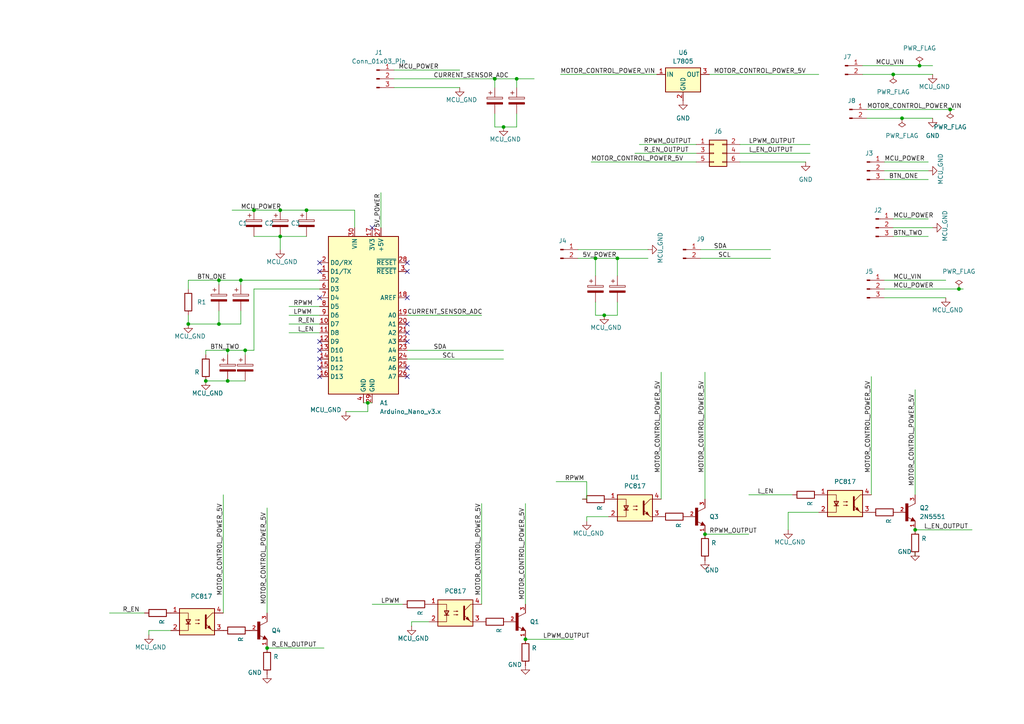
<source format=kicad_sch>
(kicad_sch (version 20231120) (generator "eeschema") (generator_version "8.0")
  (paper "A4")
  (lib_symbols
    (symbol "2N5551:2N5551" (pin_names (offset 1.016))
      (property "Reference" "Q" (at -10.16 7.62 0))
      (property "Value" "2N5551" (at -10.16 -7.62 0))
      (symbol "2N5551_0_0"
        (rectangle (start -0.254 -2.54) (end 0.508 2.54) (stroke (width 0.1)) (fill (type outline)))
        (polyline (pts (xy 1.27 -2.54) (xy 1.778 -1.524)) (stroke (width 0.1524)))
        (polyline (pts (xy 1.524 -2.413) (xy 2.286 -2.413)) (stroke (width 0.254)))
        (polyline (pts (xy 1.524 -2.286) (xy 1.905 -2.286)) (stroke (width 0.254)))
        (polyline (pts (xy 1.54 -2.04) (xy 0.308 -1.424)) (stroke (width 0.1524)))
        (polyline (pts (xy 1.778 -1.778) (xy 1.524 -2.286)) (stroke (width 0.254)))
        (polyline (pts (xy 1.778 -1.524) (xy 2.54 -2.54)) (stroke (width 0.1524)))
        (polyline (pts (xy 1.905 -2.286) (xy 1.778 -2.032)) (stroke (width 0.254)))
        (polyline (pts (xy 2.286 -2.413) (xy 1.778 -1.778)) (stroke (width 0.254)))
        (polyline (pts (xy 2.54 -2.54) (xy 1.27 -2.54)) (stroke (width 0.1524)))
        (polyline (pts (xy 2.54 2.54) (xy 0.508 1.524)) (stroke (width 0.1524)))
        (pin passive line (at 2.54 -5.08 90) (length 2.54) (name "~") (number "1"))
        (pin passive line (at -2.54 0 0) (length 2.54) (name "~") (number "2"))
        (pin passive line (at 2.54 5.08 270) (length 2.54) (name "~") (number "3"))
      )
    )
    (symbol "Connector:Conn_01x02_Pin" (pin_names (offset 1.016) hide)
      (property "Reference" "J" (at 0 2.54 0))
      (property "Value" "Conn_01x02_Pin" (at 0 -5.08 0))
      (symbol "Conn_01x02_Pin_1_1"
        (polyline (pts (xy 1.27 -2.54) (xy 0.8636 -2.54)) (stroke (width 0.1524)))
        (polyline (pts (xy 1.27 0) (xy 0.8636 0)) (stroke (width 0.1524)))
        (rectangle (start 0.8636 -2.413) (end 0 -2.667) (stroke (width 0.1524)) (fill (type outline)))
        (rectangle (start 0.8636 0.127) (end 0 -0.127) (stroke (width 0.1524)) (fill (type outline)))
        (pin passive line (at 5.08 0 180) (length 3.81) (name "Pin_1") (number "1"))
        (pin passive line (at 5.08 -2.54 180) (length 3.81) (name "Pin_2") (number "2"))
      )
    )
    (symbol "Connector:Conn_01x03_Pin" (pin_names (offset 1.016) hide)
      (property "Reference" "J" (at 0 5.08 0))
      (property "Value" "Conn_01x03_Pin" (at 0 -5.08 0))
      (symbol "Conn_01x03_Pin_1_1"
        (polyline (pts (xy 1.27 -2.54) (xy 0.8636 -2.54)) (stroke (width 0.1524)))
        (polyline (pts (xy 1.27 0) (xy 0.8636 0)) (stroke (width 0.1524)))
        (polyline (pts (xy 1.27 2.54) (xy 0.8636 2.54)) (stroke (width 0.1524)))
        (rectangle (start 0.8636 -2.413) (end 0 -2.667) (stroke (width 0.1524)) (fill (type outline)))
        (rectangle (start 0.8636 0.127) (end 0 -0.127) (stroke (width 0.1524)) (fill (type outline)))
        (rectangle (start 0.8636 2.667) (end 0 2.413) (stroke (width 0.1524)) (fill (type outline)))
        (pin passive line (at 5.08 2.54 180) (length 3.81) (name "Pin_1") (number "1"))
        (pin passive line (at 5.08 0 180) (length 3.81) (name "Pin_2") (number "2"))
        (pin passive line (at 5.08 -2.54 180) (length 3.81) (name "Pin_3") (number "3"))
      )
    )
    (symbol "Connector_Generic:Conn_02x03_Row_Letter_Last" (pin_names (offset 1.016) hide)
      (property "Reference" "J6" (at 1.27 6.35 0))
      (symbol "Conn_02x03_Row_Letter_Last_1_1"
        (rectangle (start -1.27 -2.413) (end 0 -2.667) (stroke (width 0.1524)))
        (rectangle (start -1.27 0.127) (end 0 -0.127) (stroke (width 0.1524)))
        (rectangle (start -1.27 2.667) (end 0 2.413) (stroke (width 0.1524)))
        (rectangle (start -1.27 3.81) (end 3.81 -3.81) (stroke (width 0.254)) (fill (type background)))
        (rectangle (start 3.81 -2.413) (end 2.54 -2.667) (stroke (width 0.1524)))
        (rectangle (start 3.81 0.127) (end 2.54 -0.127) (stroke (width 0.1524)))
        (rectangle (start 3.81 2.667) (end 2.54 2.413) (stroke (width 0.1524)))
        (pin passive line (at -5.08 2.54 0) (length 3.81) (name "Pin_1a") (number "1"))
        (pin passive line (at 7.62 2.54 180) (length 3.81) (name "Pin_1b") (number "2"))
        (pin passive line (at -5.08 0 0) (length 3.81) (name "Pin_2a") (number "3"))
        (pin passive line (at 7.62 0 180) (length 3.81) (name "Pin_2b") (number "4"))
        (pin passive line (at -5.08 -2.54 0) (length 3.81) (name "Pin_3a") (number "5"))
        (pin passive line (at 7.62 -2.54 180) (length 3.81) (name "Pin_3b") (number "6"))
      )
    )
    (symbol "Device:C_Polarized" (pin_numbers hide) (pin_names (offset 0.254))
      (property "Reference" "C" (at 0.635 2.54 0))
      (property "Value" "C_Polarized" (at 0.635 -2.54 0))
      (symbol "C_Polarized_0_1"
        (rectangle (start -2.286 0.508) (end 2.286 1.016))
        (polyline (pts (xy -1.778 2.286) (xy -0.762 2.286)))
        (polyline (pts (xy -1.27 2.794) (xy -1.27 1.778)))
        (rectangle (start 2.286 -0.508) (end -2.286 -1.016) (fill (type outline)))
      )
      (symbol "C_Polarized_1_1"
        (pin passive line (at 0 3.81 270) (length 2.794) (name "~") (number "1"))
        (pin passive line (at 0 -3.81 90) (length 2.794) (name "~") (number "2"))
      )
    )
    (symbol "Device:R" (pin_numbers hide) (pin_names (offset 0))
      (property "Reference" "R" (at 2.032 0 90))
      (property "Value" "R" (at 0 0 90))
      (symbol "R_0_1"
        (rectangle (start -1.016 -2.54) (end 1.016 2.54) (stroke (width 0.254)))
      )
      (symbol "R_1_1"
        (pin passive line (at 0 3.81 270) (length 1.27) (name "~") (number "1"))
        (pin passive line (at 0 -3.81 90) (length 1.27) (name "~") (number "2"))
      )
    )
    (symbol "Isolator:PC817" (pin_names (offset 1.016))
      (property "Reference" "U" (at -5.08 5.08 0))
      (property "Value" "PC817" (at 0 5.08 0))
      (symbol "PC817_0_1"
        (rectangle (start -5.08 3.81) (end 5.08 -3.81) (stroke (width 0.254)) (fill (type background)))
        (polyline (pts (xy -3.175 -0.635) (xy -1.905 -0.635)) (stroke (width 0.254)))
        (polyline (pts (xy 2.54 0.635) (xy 4.445 2.54)))
        (polyline (pts (xy 4.445 -2.54) (xy 2.54 -0.635)) (fill (type outline)))
        (polyline (pts (xy 4.445 -2.54) (xy 5.08 -2.54)))
        (polyline (pts (xy 4.445 2.54) (xy 5.08 2.54)))
        (polyline (pts (xy -5.08 2.54) (xy -2.54 2.54) (xy -2.54 -0.635)))
        (polyline (pts (xy -2.54 -0.635) (xy -2.54 -2.54) (xy -5.08 -2.54)))
        (polyline (pts (xy 2.54 1.905) (xy 2.54 -1.905) (xy 2.54 -1.905)) (stroke (width 0.508)))
        (polyline (pts (xy -2.54 -0.635) (xy -3.175 0.635) (xy -1.905 0.635) (xy -2.54 -0.635)) (stroke (width 0.254)))
        (polyline (pts (xy -0.508 -0.508) (xy 0.762 -0.508) (xy 0.381 -0.635) (xy 0.381 -0.381) (xy 0.762 -0.508)))
        (polyline (pts (xy -0.508 0.508) (xy 0.762 0.508) (xy 0.381 0.381) (xy 0.381 0.635) (xy 0.762 0.508)))
        (polyline (pts (xy 3.048 -1.651) (xy 3.556 -1.143) (xy 4.064 -2.159) (xy 3.048 -1.651) (xy 3.048 -1.651)) (fill (type outline)))
      )
      (symbol "PC817_1_1"
        (pin passive line (at -7.62 2.54 0) (length 2.54) (name "~") (number "1"))
        (pin passive line (at -7.62 -2.54 0) (length 2.54) (name "~") (number "2"))
        (pin passive line (at 7.62 -2.54 180) (length 2.54) (name "~") (number "3"))
        (pin passive line (at 7.62 2.54 180) (length 2.54) (name "~") (number "4"))
      )
    )
    (symbol "MCU_Module:Arduino_Nano_v3.x"
      (property "Reference" "A" (at -10.16 23.495 0))
      (property "Value" "Arduino_Nano_v3.x" (at 5.08 -24.13 0))
      (symbol "Arduino_Nano_v3.x_0_1"
        (rectangle (start -10.16 22.86) (end 10.16 -22.86) (stroke (width 0.254)) (fill (type background)))
      )
      (symbol "Arduino_Nano_v3.x_1_1"
        (pin bidirectional line (at -12.7 12.7 0) (length 2.54) (name "D1/TX") (number "1"))
        (pin bidirectional line (at -12.7 -2.54 0) (length 2.54) (name "D7") (number "10"))
        (pin bidirectional line (at -12.7 -5.08 0) (length 2.54) (name "D8") (number "11"))
        (pin bidirectional line (at -12.7 -7.62 0) (length 2.54) (name "D9") (number "12"))
        (pin bidirectional line (at -12.7 -10.16 0) (length 2.54) (name "D10") (number "13"))
        (pin bidirectional line (at -12.7 -12.7 0) (length 2.54) (name "D11") (number "14"))
        (pin bidirectional line (at -12.7 -15.24 0) (length 2.54) (name "D12") (number "15"))
        (pin bidirectional line (at -12.7 -17.78 0) (length 2.54) (name "D13") (number "16"))
        (pin power_out line (at 2.54 25.4 270) (length 2.54) (name "3V3") (number "17"))
        (pin input line (at 12.7 5.08 180) (length 2.54) (name "AREF") (number "18"))
        (pin bidirectional line (at 12.7 0 180) (length 2.54) (name "A0") (number "19"))
        (pin bidirectional line (at -12.7 15.24 0) (length 2.54) (name "D0/RX") (number "2"))
        (pin bidirectional line (at 12.7 -2.54 180) (length 2.54) (name "A1") (number "20"))
        (pin bidirectional line (at 12.7 -5.08 180) (length 2.54) (name "A2") (number "21"))
        (pin bidirectional line (at 12.7 -7.62 180) (length 2.54) (name "A3") (number "22"))
        (pin bidirectional line (at 12.7 -10.16 180) (length 2.54) (name "A4") (number "23"))
        (pin bidirectional line (at 12.7 -12.7 180) (length 2.54) (name "A5") (number "24"))
        (pin bidirectional line (at 12.7 -15.24 180) (length 2.54) (name "A6") (number "25"))
        (pin bidirectional line (at 12.7 -17.78 180) (length 2.54) (name "A7") (number "26"))
        (pin power_out line (at 5.08 25.4 270) (length 2.54) (name "+5V") (number "27"))
        (pin input line (at 12.7 15.24 180) (length 2.54) (name "~{RESET}") (number "28"))
        (pin power_in line (at 2.54 -25.4 90) (length 2.54) (name "GND") (number "29"))
        (pin input line (at 12.7 12.7 180) (length 2.54) (name "~{RESET}") (number "3"))
        (pin power_in line (at -2.54 25.4 270) (length 2.54) (name "VIN") (number "30"))
        (pin power_in line (at 0 -25.4 90) (length 2.54) (name "GND") (number "4"))
        (pin bidirectional line (at -12.7 10.16 0) (length 2.54) (name "D2") (number "5"))
        (pin bidirectional line (at -12.7 7.62 0) (length 2.54) (name "D3") (number "6"))
        (pin bidirectional line (at -12.7 5.08 0) (length 2.54) (name "D4") (number "7"))
        (pin bidirectional line (at -12.7 2.54 0) (length 2.54) (name "D5") (number "8"))
        (pin bidirectional line (at -12.7 0 0) (length 2.54) (name "D6") (number "9"))
      )
    )
    (symbol "Regulator_Linear:L7805" (pin_names (offset 0.254))
      (property "Reference" "U" (at -3.81 3.175 0))
      (property "Value" "L7805" (at 0 3.175 0))
      (symbol "L7805_0_1"
        (rectangle (start -5.08 1.905) (end 5.08 -5.08) (stroke (width 0.254)) (fill (type background)))
      )
      (symbol "L7805_1_1"
        (pin power_in line (at -7.62 0 0) (length 2.54) (name "IN") (number "1"))
        (pin power_in line (at 0 -7.62 90) (length 2.54) (name "GND") (number "2"))
        (pin power_out line (at 7.62 0 180) (length 2.54) (name "OUT") (number "3"))
      )
    )
    (symbol "power:GND" (power) (pin_numbers hide) (pin_names (offset 0) hide)
      (property "Value" "GND" (at 0 -3.81 0))
      (symbol "GND_0_1"
        (polyline (pts (xy 0 0) (xy 0 -1.27) (xy 1.27 -1.27) (xy 0 -2.54) (xy -1.27 -1.27) (xy 0 -1.27)))
      )
      (symbol "GND_1_1"
        (pin power_in line (at 0 0 270) (length 0) (name "~") (number "1"))
      )
    )
    (symbol "power:PWR_FLAG" (power) (pin_numbers hide) (pin_names (offset 0) hide)
      (property "Value" "PWR_FLAG" (at 0 3.81 0))
      (symbol "PWR_FLAG_0_0"
        (pin power_out line (at 0 0 90) (length 0) (name "~") (number "1"))
      )
      (symbol "PWR_FLAG_0_1"
        (polyline (pts (xy 0 0) (xy 0 1.27) (xy -1.016 1.905) (xy 0 2.54) (xy 1.016 1.905) (xy 0 1.27)))
      )
    )
  )
  (junction (at 179.07 74.93))
  (junction (at 261.62 34.29))
  (junction (at 81.28 60.96))
  (junction (at 265.43 153.67))
  (junction (at 149.86 22.86))
  (junction (at 59.69 110.49))
  (junction (at 175.26 91.44))
  (junction (at 54.61 93.98))
  (junction (at 172.72 74.93))
  (junction (at 63.5 81.28))
  (junction (at 69.85 81.28))
  (junction (at 152.4 185.42))
  (junction (at 71.12 101.6))
  (junction (at 88.9 60.96))
  (junction (at 81.28 68.58))
  (junction (at 278.13 83.82))
  (junction (at 73.66 60.96))
  (junction (at 63.5 93.98))
  (junction (at 106.68 116.84))
  (junction (at 146.05 36.83))
  (junction (at 266.7 19.05))
  (junction (at 259.08 21.59))
  (junction (at 204.47 154.94))
  (junction (at 143.51 22.86))
  (junction (at 275.59 31.75))
  (junction (at 66.04 110.49))
  (junction (at 66.04 101.6))
  (junction (at 77.47 187.96))
  (no_connect (at 92.71 99.06))
  (no_connect (at 118.11 86.36))
  (no_connect (at 107.95 66.04))
  (no_connect (at 92.71 76.2))
  (no_connect (at 118.11 99.06))
  (no_connect (at 118.11 76.2))
  (no_connect (at 118.11 96.52))
  (no_connect (at 92.71 106.68))
  (no_connect (at 118.11 78.74))
  (no_connect (at 92.71 78.74))
  (no_connect (at 92.71 101.6))
  (no_connect (at 92.71 104.14))
  (no_connect (at 118.11 109.22))
  (no_connect (at 118.11 106.68))
  (no_connect (at 118.11 93.98))
  (no_connect (at 92.71 109.22))
  (no_connect (at 92.71 86.36))
  (wire (pts (xy 71.12 101.6) (xy 66.04 101.6)))
  (wire (pts (xy 205.74 21.59) (xy 237.49 21.59)))
  (wire (pts (xy 114.3 20.32) (xy 133.35 20.32)))
  (wire (pts (xy 83.82 96.52) (xy 92.71 96.52)))
  (wire (pts (xy 64.77 143.51) (xy 64.77 177.8)))
  (wire (pts (xy 214.63 41.91) (xy 234.95 41.91)))
  (wire (pts (xy 265.43 113.03) (xy 265.43 143.51)))
  (wire (pts (xy 256.54 81.28) (xy 274.32 81.28)))
  (wire (pts (xy 105.41 116.84) (xy 106.68 116.84)))
  (wire (pts (xy 179.07 87.63) (xy 179.07 91.44)))
  (wire (pts (xy 172.72 74.93) (xy 172.72 80.01)))
  (wire (pts (xy 81.28 68.58) (xy 81.28 72.39)))
  (wire (pts (xy 266.7 19.05) (xy 270.51 19.05)))
  (wire (pts (xy 250.19 21.59) (xy 259.08 21.59)))
  (wire (pts (xy 256.54 86.36) (xy 274.32 86.36)))
  (wire (pts (xy 124.46 180.34) (xy 119.38 180.34)))
  (wire (pts (xy 203.2 74.93) (xy 223.52 74.93)))
  (wire (pts (xy 152.4 175.26) (xy 152.4 146.05)))
  (wire (pts (xy 143.51 22.86) (xy 143.51 25.4)))
  (wire (pts (xy 110.49 55.88) (xy 110.49 66.04)))
  (wire (pts (xy 259.08 66.04) (xy 270.51 66.04)))
  (wire (pts (xy 71.12 101.6) (xy 71.12 102.87)))
  (wire (pts (xy 275.59 31.75) (xy 276.86 31.75)))
  (wire (pts (xy 171.45 46.99) (xy 201.93 46.99)))
  (wire (pts (xy 54.61 81.28) (xy 54.61 83.82)))
  (wire (pts (xy 265.43 153.67) (xy 281.94 153.67)))
  (wire (pts (xy 73.66 101.6) (xy 73.66 83.82)))
  (wire (pts (xy 259.08 68.58) (xy 269.24 68.58)))
  (wire (pts (xy 92.71 81.28) (xy 69.85 81.28)))
  (wire (pts (xy 69.85 81.28) (xy 63.5 81.28)))
  (wire (pts (xy 214.63 46.99) (xy 233.68 46.99)))
  (wire (pts (xy 259.08 21.59) (xy 270.51 21.59)))
  (wire (pts (xy 256.54 49.53) (xy 269.24 49.53)))
  (wire (pts (xy 106.68 116.84) (xy 107.95 116.84)))
  (wire (pts (xy 66.04 101.6) (xy 59.69 101.6)))
  (wire (pts (xy 191.77 107.95) (xy 191.77 144.78)))
  (wire (pts (xy 63.5 81.28) (xy 54.61 81.28)))
  (wire (pts (xy 204.47 107.95) (xy 204.47 144.78)))
  (wire (pts (xy 59.69 101.6) (xy 59.69 102.87)))
  (wire (pts (xy 167.64 74.93) (xy 172.72 74.93)))
  (wire (pts (xy 175.26 91.44) (xy 179.07 91.44)))
  (wire (pts (xy 66.04 102.87) (xy 66.04 101.6)))
  (wire (pts (xy 143.51 22.86) (xy 149.86 22.86)))
  (wire (pts (xy 119.38 180.34) (xy 119.38 181.61)))
  (wire (pts (xy 73.66 68.58) (xy 81.28 68.58)))
  (wire (pts (xy 106.68 116.84) (xy 106.68 119.38)))
  (wire (pts (xy 83.82 88.9) (xy 92.71 88.9)))
  (wire (pts (xy 118.11 91.44) (xy 139.7 91.44)))
  (wire (pts (xy 172.72 91.44) (xy 175.26 91.44)))
  (wire (pts (xy 59.69 110.49) (xy 66.04 110.49)))
  (wire (pts (xy 204.47 154.94) (xy 217.17 154.94)))
  (wire (pts (xy 102.87 66.04) (xy 102.87 60.96)))
  (wire (pts (xy 237.49 148.59) (xy 228.6 148.59)))
  (wire (pts (xy 63.5 93.98) (xy 69.85 93.98)))
  (wire (pts (xy 63.5 90.17) (xy 63.5 93.98)))
  (wire (pts (xy 149.86 22.86) (xy 149.86 25.4)))
  (wire (pts (xy 162.56 21.59) (xy 190.5 21.59)))
  (wire (pts (xy 143.51 36.83) (xy 146.05 36.83)))
  (wire (pts (xy 228.6 148.59) (xy 228.6 153.67)))
  (wire (pts (xy 66.04 110.49) (xy 71.12 110.49)))
  (wire (pts (xy 172.72 87.63) (xy 172.72 91.44)))
  (wire (pts (xy 278.13 83.82) (xy 279.4 83.82)))
  (wire (pts (xy 149.86 33.02) (xy 149.86 36.83)))
  (wire (pts (xy 69.85 81.28) (xy 69.85 82.55)))
  (wire (pts (xy 170.18 149.86) (xy 170.18 151.13)))
  (wire (pts (xy 88.9 60.96) (xy 102.87 60.96)))
  (wire (pts (xy 146.05 36.83) (xy 149.86 36.83)))
  (wire (pts (xy 31.75 177.8) (xy 41.91 177.8)))
  (wire (pts (xy 77.47 147.32) (xy 77.47 177.8)))
  (wire (pts (xy 149.86 22.86) (xy 154.94 22.86)))
  (wire (pts (xy 214.63 44.45) (xy 234.95 44.45)))
  (wire (pts (xy 185.42 41.91) (xy 201.93 41.91)))
  (wire (pts (xy 73.66 101.6) (xy 71.12 101.6)))
  (wire (pts (xy 170.18 139.7) (xy 161.29 139.7)))
  (wire (pts (xy 54.61 93.98) (xy 63.5 93.98)))
  (wire (pts (xy 261.62 34.29) (xy 270.51 34.29)))
  (wire (pts (xy 114.3 25.4) (xy 133.35 25.4)))
  (wire (pts (xy 107.95 175.26) (xy 116.84 175.26)))
  (wire (pts (xy 73.66 83.82) (xy 92.71 83.82)))
  (wire (pts (xy 229.87 143.51) (xy 217.17 143.51)))
  (wire (pts (xy 176.53 149.86) (xy 170.18 149.86)))
  (wire (pts (xy 77.47 187.96) (xy 93.98 187.96)))
  (wire (pts (xy 256.54 46.99) (xy 269.24 46.99)))
  (wire (pts (xy 179.07 74.93) (xy 187.96 74.93)))
  (wire (pts (xy 114.3 22.86) (xy 143.51 22.86)))
  (wire (pts (xy 167.64 72.39) (xy 187.96 72.39)))
  (wire (pts (xy 251.46 31.75) (xy 275.59 31.75)))
  (wire (pts (xy 69.85 90.17) (xy 69.85 93.98)))
  (wire (pts (xy 81.28 60.96) (xy 88.9 60.96)))
  (wire (pts (xy 43.18 182.88) (xy 43.18 184.15)))
  (wire (pts (xy 152.4 185.42) (xy 166.37 185.42)))
  (wire (pts (xy 203.2 72.39) (xy 223.52 72.39)))
  (wire (pts (xy 83.82 93.98) (xy 92.71 93.98)))
  (wire (pts (xy 184.15 44.45) (xy 201.93 44.45)))
  (wire (pts (xy 259.08 63.5) (xy 269.24 63.5)))
  (wire (pts (xy 172.72 74.93) (xy 179.07 74.93)))
  (wire (pts (xy 179.07 74.93) (xy 179.07 80.01)))
  (wire (pts (xy 256.54 52.07) (xy 269.24 52.07)))
  (wire (pts (xy 73.66 60.96) (xy 81.28 60.96)))
  (wire (pts (xy 83.82 91.44) (xy 92.71 91.44)))
  (wire (pts (xy 250.19 19.05) (xy 266.7 19.05)))
  (wire (pts (xy 63.5 81.28) (xy 63.5 82.55)))
  (wire (pts (xy 256.54 83.82) (xy 278.13 83.82)))
  (wire (pts (xy 252.73 109.22) (xy 252.73 143.51)))
  (wire (pts (xy 67.31 60.96) (xy 73.66 60.96)))
  (wire (pts (xy 49.53 182.88) (xy 43.18 182.88)))
  (wire (pts (xy 251.46 34.29) (xy 261.62 34.29)))
  (wire (pts (xy 170.18 144.78) (xy 168.91 144.78)))
  (wire (pts (xy 54.61 91.44) (xy 54.61 93.98)))
  (wire (pts (xy 118.11 101.6) (xy 146.05 101.6)))
  (wire (pts (xy 170.18 144.78) (xy 170.18 139.7)))
  (wire (pts (xy 265.43 161.29) (xy 265.43 160.02)))
  (wire (pts (xy 143.51 33.02) (xy 143.51 36.83)))
  (wire (pts (xy 139.7 146.05) (xy 139.7 175.26)))
  (wire (pts (xy 100.33 119.38) (xy 106.68 119.38)))
  (wire (pts (xy 118.11 104.14) (xy 146.05 104.14)))
  (wire (pts (xy 81.28 68.58) (xy 88.9 68.58)))
  (label "MCU_POWER" (at 256.54 46.99 0))
  (label "MCU_POWER" (at 259.08 63.5 0))
  (label "LPWM" (at 110.49 175.26 0))
  (label "MCU_VIN" (at 254 19.05 0))
  (label "MCU_POWER" (at 259.08 83.82 0))
  (label "CURRENT_SENSOR_ADC" (at 125.73 22.86 0))
  (label "MOTOR_CONTROL_POWER_5V" (at 171.45 46.99 0))
  (label "RPWM_OUTPUT" (at 186.69 41.91 0))
  (label "MOTOR_CONTROL_POWER_5V" (at 64.77 172.72 90))
  (label "MCU_POWER" (at 115.57 20.32 0))
  (label "MOTOR_CONTROL_POWER_5V" (at 77.47 175.26 90))
  (label "5V_POWER" (at 168.91 74.93 0))
  (label "MOTOR_CONTROL_POWER_5V" (at 152.4 173.99 90))
  (label "MOTOR_CONTROL_POWER_VIN" (at 251.46 31.75 0))
  (label "MOTOR_CONTROL_POWER_5V" (at 191.77 137.16 90))
  (label "R_EN_OUTPUT" (at 186.69 44.45 0))
  (label "MCU_VIN" (at 259.08 81.28 0))
  (label "R_EN" (at 86.36 93.98 0))
  (label "MOTOR_CONTROL_POWER_5V" (at 265.43 140.97 90))
  (label "L_EN" (at 86.36 96.52 0))
  (label "BTN_TWO" (at 259.08 68.58 0))
  (label "BTN_ONE" (at 57.15 81.28 0))
  (label "BTN_TWO" (at 60.96 101.6 0))
  (label "SCL" (at 208.28 74.93 0))
  (label "RPWM_OUTPUT" (at 205.74 154.94 0))
  (label "LPWM_OUTPUT" (at 217.17 41.91 0))
  (label "LPWM" (at 85.09 91.44 0))
  (label "MOTOR_CONTROL_POWER_5V" (at 252.73 137.16 90))
  (label "MOTOR_CONTROL_POWER_VIN" (at 162.56 21.59 0))
  (label "BTN_ONE" (at 257.81 52.07 0))
  (label "SDA" (at 125.73 101.6 0))
  (label "SCL" (at 128.27 104.14 0))
  (label "L_EN_OUTPUT" (at 267.97 153.67 0))
  (label "SDA" (at 207.01 72.39 0))
  (label "MCU_POWER" (at 69.85 60.96 0))
  (label "MOTOR_CONTROL_POWER_5V" (at 207.01 21.59 0))
  (label "MOTOR_CONTROL_POWER_5V" (at 139.7 172.72 90))
  (label "MOTOR_CONTROL_POWER_5V" (at 204.47 137.16 90))
  (label "RPWM" (at 85.09 88.9 0))
  (label "L_EN" (at 219.71 143.51 0))
  (label "R_EN_OUTPUT" (at 78.74 187.96 0))
  (label "R_EN" (at 35.56 177.8 0))
  (label "CURRENT_SENSOR_ADC" (at 118.11 91.44 0))
  (label "L_EN_OUTPUT" (at 217.17 44.45 0))
  (label "5V_POWER" (at 110.49 66.04 90))
  (label "RPWM" (at 163.83 139.7 0))
  (label "LPWM_OUTPUT" (at 157.48 185.42 0))
  (symbol (lib_id "Connector:Conn_01x02_Pin") (at 245.11 19.05 0) (unit 1)
    (property "Reference" "J7" (at 245.745 16.51 0))
    (property "Value" "Conn_01x02_Pin" (effects (hide yes)))
    (property "Footprint" "Connector_JST:JST_EH_B2B-EH-A_1x02_P2.50mm_Vertical" (effects (hide yes)))
    (property "Description" "Generic connector, single row, 01x02, script generated" (effects (hide yes)))
  )
  (symbol (lib_id "power:GND") (at 119.38 181.61 0) (unit 1)
    (property "Reference" "#PWR09" (effects (hide yes)))
    (property "Value" "MCU_GND" (at 119.888 185.166 0))
    (property "Description" "Power symbol creates a global label with name \"GND\" , ground" (effects (hide yes)))
  )
  (symbol (lib_id "Isolator:PC817") (at 132.08 177.8 0) (unit 1)
    (property "Reference" "U2" (effects (hide yes)))
    (property "Value" "PC817" (at 132.08 171.45 0))
    (property "Footprint" "Package_DIP:DIP-4_W7.62mm" (effects (hide yes)))
    (property "Datasheet" "http://www.soselectronic.cz/a_info/resource/d/pc817.pdf" (effects (hide yes)))
    (property "Description" "DC Optocoupler, Vce 35V, CTR 50-300%, DIP-4" (effects (hide yes)))
  )
  (symbol (lib_id "Regulator_Linear:L7805") (at 198.12 21.59 0) (unit 1)
    (property "Reference" "U6" (at 198.12 15.24 0))
    (property "Value" "L7805" (at 198.12 17.78 0))
    (property "Footprint" "Package_TO_SOT_THT:TO-220-3_Vertical" (effects (hide yes)))
    (property "Datasheet" "http://www.st.com/content/ccc/resource/technical/document/datasheet/41/4f/b3/b0/12/d4/47/88/CD00000444.pdf/files/CD00000444.pdf/jcr:content/translations/en.CD00000444.pdf" (effects (hide yes)))
    (property "Description" "Positive 1.5A 35V Linear Regulator, Fixed Output 5V, TO-220/TO-263/TO-252" (effects (hide yes)))
  )
  (symbol (lib_id "Connector:Conn_01x02_Pin") (at 198.12 72.39 0) (unit 1)
    (property "Reference" "J9" (at 203.2 69.342 0))
    (property "Value" "Conn_01x02_Pin" (effects (hide yes)))
    (property "Footprint" "Connector_JST:JST_EH_B2B-EH-A_1x02_P2.50mm_Vertical" (effects (hide yes)))
    (property "Description" "Generic connector, single row, 01x02, script generated" (effects (hide yes)))
  )
  (symbol (lib_id "power:PWR_FLAG") (at 275.59 31.75 180) (unit 1)
    (property "Reference" "#FLG04" (effects (hide yes)))
    (property "Value" "PWR_FLAG" (at 275.59 36.83 0))
    (property "Description" "Special symbol for telling ERC where power comes from" (effects (hide yes)))
  )
  (symbol (lib_id "Device:R") (at 233.68 143.51 90) (unit 1)
    (property "Reference" "R11" (effects (hide yes)))
    (property "Value" "R" (at 234.95 146.812 0) (effects (justify left)))
    (property "Footprint" "Resistor_THT:R_Axial_DIN0207_L6.3mm_D2.5mm_P7.62mm_Horizontal" (effects (hide yes)))
    (property "Description" "Resistor" (effects (hide yes)))
  )
  (symbol (lib_id "Device:C_Polarized") (at 63.5 86.36 0) (unit 1)
    (property "Reference" "C4" (effects (hide yes)))
    (property "Value" "C_Polarized" (effects (hide yes)))
    (property "Footprint" "Capacitor_THT:CP_Radial_D5.0mm_P2.50mm" (effects (hide yes)))
    (property "Description" "Polarized capacitor" (effects (hide yes)))
  )
  (symbol (lib_id "Device:C_Polarized") (at 143.51 29.21 0) (unit 1)
    (property "Reference" "C8" (effects (hide yes)))
    (property "Value" "C_Polarized" (effects (hide yes)))
    (property "Footprint" "Capacitor_THT:CP_Radial_D5.0mm_P2.50mm" (effects (hide yes)))
    (property "Description" "Polarized capacitor" (effects (hide yes)))
  )
  (symbol (lib_id "power:PWR_FLAG") (at 259.08 21.59 180) (unit 1)
    (property "Reference" "#FLG02" (effects (hide yes)))
    (property "Value" "PWR_FLAG" (at 259.08 26.67 0))
    (property "Description" "Special symbol for telling ERC where power comes from" (effects (hide yes)))
  )
  (symbol (lib_id "Device:R") (at 59.69 106.68 0) (unit 1)
    (property "Reference" "R2" (effects (hide yes)))
    (property "Value" "R" (at 56.388 107.95 0) (effects (justify left)))
    (property "Footprint" "Resistor_THT:R_Axial_DIN0207_L6.3mm_D2.5mm_P7.62mm_Horizontal" (effects (hide yes)))
    (property "Description" "Resistor" (effects (hide yes)))
  )
  (symbol (lib_id "power:GND") (at 274.32 86.36 0) (unit 1)
    (property "Reference" "#PWR013" (effects (hide yes)))
    (property "Value" "MCU_GND" (at 274.828 89.916 0))
    (property "Description" "Power symbol creates a global label with name \"GND\" , ground" (effects (hide yes)))
  )
  (symbol (lib_id "Isolator:PC817") (at 245.11 146.05 0) (unit 1)
    (property "Reference" "U4" (effects (hide yes)))
    (property "Value" "PC817" (at 245.11 139.7 0))
    (property "Footprint" "Package_DIP:DIP-4_W7.62mm" (effects (hide yes)))
    (property "Datasheet" "http://www.soselectronic.cz/a_info/resource/d/pc817.pdf" (effects (hide yes)))
    (property "Description" "DC Optocoupler, Vce 35V, CTR 50-300%, DIP-4" (effects (hide yes)))
  )
  (symbol (lib_id "Device:R") (at 256.54 148.59 90) (unit 1)
    (property "Reference" "R6" (effects (hide yes)))
    (property "Value" "R" (at 257.81 151.892 0) (effects (justify left)))
    (property "Footprint" "Resistor_THT:R_Axial_DIN0207_L6.3mm_D2.5mm_P7.62mm_Horizontal" (effects (hide yes)))
    (property "Description" "Resistor" (effects (hide yes)))
  )
  (symbol (lib_id "Connector_Generic:Conn_02x03_Row_Letter_Last") (at 207.01 44.45 0) (unit 1)
    (property "Reference" "J6" (at 208.28 38.1 0))
    (property "Value" "Conn_02x03_Row_Letter_Last" (effects (hide yes)))
    (property "Footprint" "Connector_PinHeader_2.54mm:PinHeader_2x03_P2.54mm_Vertical" (effects (hide yes)))
    (property "Description" "Generic connector, double row, 02x03, row letter last pin numbering scheme (pin number consists of a letter for the row and a number for the pin index in this row. 1a, ..., Na; 1b, ..., Nb)), script generated (kicad-library-utils/schlib/autogen/connector/)" (effects (hide yes)))
  )
  (symbol (lib_id "Device:R") (at 45.72 177.8 90) (unit 1)
    (property "Reference" "R12" (effects (hide yes)))
    (property "Value" "R" (at 46.99 181.102 0) (effects (justify left)))
    (property "Footprint" "Resistor_THT:R_Axial_DIN0207_L6.3mm_D2.5mm_P7.62mm_Horizontal" (effects (hide yes)))
    (property "Description" "Resistor" (effects (hide yes)))
  )
  (symbol (lib_id "power:PWR_FLAG") (at 266.7 19.05 0) (unit 1)
    (property "Reference" "#FLG01" (effects (hide yes)))
    (property "Value" "PWR_FLAG" (at 266.7 13.97 0))
    (property "Description" "Special symbol for telling ERC where power comes from" (effects (hide yes)))
  )
  (symbol (lib_id "power:GND") (at 233.68 46.99 0) (unit 1)
    (property "Reference" "#PWR017" (effects (hide yes)))
    (property "Value" "GND" (at 233.68 52.07 0))
    (property "Description" "Power symbol creates a global label with name \"GND\" , ground" (effects (hide yes)))
  )
  (symbol (lib_id "Connector:Conn_01x02_Pin") (at 246.38 31.75 0) (unit 1)
    (property "Reference" "J8" (at 247.015 29.21 0))
    (property "Value" "Conn_01x02_Pin" (effects (hide yes)))
    (property "Footprint" "Connector_JST:JST_EH_B2B-EH-A_1x02_P2.50mm_Vertical" (effects (hide yes)))
    (property "Description" "Generic connector, single row, 01x02, script generated" (effects (hide yes)))
  )
  (symbol (lib_id "power:GND") (at 100.33 119.38 0) (unit 1)
    (property "Reference" "#PWR04" (effects (hide yes)))
    (property "Value" "MCU_GND" (at 94.488 118.872 0))
    (property "Description" "Power symbol creates a global label with name \"GND\" , ground" (effects (hide yes)))
  )
  (symbol (lib_id "power:GND") (at 77.47 195.58 0) (unit 1)
    (property "Reference" "#PWR015" (effects (hide yes)))
    (property "Value" "GND" (at 73.914 195.072 0))
    (property "Description" "Power symbol creates a global label with name \"GND\" , ground" (effects (hide yes)))
  )
  (symbol (lib_id "power:GND") (at 54.61 93.98 0) (unit 1)
    (property "Reference" "#PWR05" (effects (hide yes)))
    (property "Value" "MCU_GND" (at 55.118 97.536 0))
    (property "Description" "Power symbol creates a global label with name \"GND\" , ground" (effects (hide yes)))
  )
  (symbol (lib_id "Connector:Conn_01x03_Pin") (at 251.46 49.53 0) (unit 1)
    (property "Reference" "J3" (at 252.095 44.45 0))
    (property "Value" "Conn_01x03_Pin" (effects (hide yes)))
    (property "Footprint" "Connector_JST:JST_EH_B3B-EH-A_1x03_P2.50mm_Vertical" (effects (hide yes)))
    (property "Description" "Generic connector, single row, 01x03, script generated" (effects (hide yes)))
  )
  (symbol (lib_id "Device:C_Polarized") (at 88.9 64.77 0) (unit 1)
    (property "Reference" "C3" (at 84.328 64.77 0) (effects (justify left)))
    (property "Value" "C_Polarized" (effects (hide yes)))
    (property "Footprint" "Capacitor_THT:CP_Radial_D5.0mm_P2.50mm" (effects (hide yes)))
    (property "Description" "Polarized capacitor" (effects (hide yes)))
  )
  (symbol (lib_id "power:GND") (at 152.4 193.04 0) (unit 1)
    (property "Reference" "#PWR016" (effects (hide yes)))
    (property "Value" "GND" (at 149.352 192.786 0))
    (property "Description" "Power symbol creates a global label with name \"GND\" , ground" (effects (hide yes)))
  )
  (symbol (lib_id "Device:C_Polarized") (at 73.66 64.77 0) (unit 1)
    (property "Reference" "C1" (at 69.088 64.77 0) (effects (justify left)))
    (property "Value" "C_Polarized" (effects (hide yes)))
    (property "Footprint" "Capacitor_THT:CP_Radial_D5.0mm_P2.50mm" (effects (hide yes)))
    (property "Description" "Polarized capacitor" (effects (hide yes)))
  )
  (symbol (lib_id "Device:R") (at 143.51 180.34 90) (unit 1)
    (property "Reference" "R3" (effects (hide yes)))
    (property "Value" "R" (at 144.78 183.642 0) (effects (justify left)))
    (property "Footprint" "Resistor_THT:R_Axial_DIN0207_L6.3mm_D2.5mm_P7.62mm_Horizontal" (effects (hide yes)))
    (property "Description" "Resistor" (effects (hide yes)))
  )
  (symbol (lib_id "power:GND") (at 81.28 72.39 0) (unit 1)
    (property "Reference" "#PWR03" (effects (hide yes)))
    (property "Value" "MCU_GND" (at 81.788 75.946 0))
    (property "Description" "Power symbol creates a global label with name \"GND\" , ground" (effects (hide yes)))
  )
  (symbol (lib_id "Device:C_Polarized") (at 66.04 106.68 0) (unit 1)
    (property "Reference" "C6" (effects (hide yes)))
    (property "Value" "C_Polarized" (effects (hide yes)))
    (property "Footprint" "Capacitor_THT:CP_Radial_D5.0mm_P2.50mm" (effects (hide yes)))
    (property "Description" "Polarized capacitor" (effects (hide yes)))
  )
  (symbol (lib_id "power:GND") (at 198.12 29.21 0) (unit 1)
    (property "Reference" "#PWR019" (effects (hide yes)))
    (property "Value" "GND" (at 198.12 34.29 0))
    (property "Description" "Power symbol creates a global label with name \"GND\" , ground" (effects (hide yes)))
  )
  (symbol (lib_id "power:GND") (at 270.51 34.29 0) (unit 1)
    (property "Reference" "#PWR02" (effects (hide yes)))
    (property "Value" "GND" (at 270.51 39.37 0))
    (property "Description" "Power symbol creates a global label with name \"GND\" , ground" (effects (hide yes)))
  )
  (symbol (lib_id "Device:R") (at 77.47 191.77 180) (unit 1)
    (property "Reference" "R8" (effects (hide yes)))
    (property "Value" "R" (at 80.772 190.5 0) (effects (justify left)))
    (property "Footprint" "Resistor_THT:R_Axial_DIN0207_L6.3mm_D2.5mm_P7.62mm_Horizontal" (effects (hide yes)))
    (property "Description" "Resistor" (effects (hide yes)))
  )
  (symbol (lib_id "Device:R") (at 265.43 157.48 180) (unit 1)
    (property "Reference" "R7" (effects (hide yes)))
    (property "Value" "R" (at 268.732 156.21 0) (effects (justify left)))
    (property "Footprint" "Resistor_THT:R_Axial_DIN0207_L6.3mm_D2.5mm_P7.62mm_Horizontal" (effects (hide yes)))
    (property "Description" "Resistor" (effects (hide yes)))
  )
  (symbol (lib_id "power:GND") (at 133.35 25.4 0) (unit 1)
    (property "Reference" "#PWR020" (effects (hide yes)))
    (property "Value" "MCU_GND" (at 133.858 28.956 0))
    (property "Description" "Power symbol creates a global label with name \"GND\" , ground" (effects (hide yes)))
  )
  (symbol (lib_id "MCU_Module:Arduino_Nano_v3.x") (at 105.41 91.44 0) (unit 1)
    (property "Reference" "A1" (at 110.1441 116.84 0) (effects (justify left)))
    (property "Value" "Arduino_Nano_v3.x" (at 110.1441 119.38 0) (effects (justify left)))
    (property "Footprint" "Module:Arduino_Nano" (effects (hide yes)))
    (property "Datasheet" "http://www.mouser.com/pdfdocs/Gravitech_Arduino_Nano3_0.pdf" (effects (hide yes)))
    (property "Description" "Arduino Nano v3.x" (effects (hide yes)))
  )
  (symbol (lib_id "Device:R") (at 54.61 87.63 0) (unit 1)
    (property "Reference" "R1" (at 57.15 87.6299 0) (effects (justify left)))
    (property "Value" "R" (effects (hide yes)))
    (property "Footprint" "Resistor_THT:R_Axial_DIN0207_L6.3mm_D2.5mm_P7.62mm_Horizontal" (effects (hide yes)))
    (property "Description" "Resistor" (effects (hide yes)))
  )
  (symbol (lib_id "Device:R") (at 120.65 175.26 90) (unit 1)
    (property "Reference" "R13" (effects (hide yes)))
    (property "Value" "R" (at 121.92 178.562 0) (effects (justify left)))
    (property "Footprint" "Resistor_THT:R_Axial_DIN0207_L6.3mm_D2.5mm_P7.62mm_Horizontal" (effects (hide yes)))
    (property "Description" "Resistor" (effects (hide yes)))
  )
  (symbol (lib_id "Device:C_Polarized") (at 71.12 106.68 0) (unit 1)
    (property "Reference" "C7" (effects (hide yes)))
    (property "Value" "C_Polarized" (effects (hide yes)))
    (property "Footprint" "Capacitor_THT:CP_Radial_D5.0mm_P2.50mm" (effects (hide yes)))
    (property "Description" "Polarized capacitor" (effects (hide yes)))
  )
  (symbol (lib_id "power:GND") (at 175.26 91.44 0) (unit 1)
    (property "Reference" "#PWR023" (effects (hide yes)))
    (property "Value" "MCU_GND" (at 175.768 94.996 0))
    (property "Description" "Power symbol creates a global label with name \"GND\" , ground" (effects (hide yes)))
  )
  (symbol (lib_id "Connector:Conn_01x03_Pin") (at 254 66.04 0) (unit 1)
    (property "Reference" "J2" (at 254.635 60.96 0))
    (property "Value" "Conn_01x03_Pin" (effects (hide yes)))
    (property "Footprint" "Connector_JST:JST_EH_B3B-EH-A_1x03_P2.50mm_Vertical" (effects (hide yes)))
    (property "Description" "Generic connector, single row, 01x03, script generated" (effects (hide yes)))
  )
  (symbol (lib_id "2N5551:2N5551") (at 149.86 180.34 0) (unit 1)
    (property "Reference" "Q1" (at 153.67 180.3399 0) (effects (justify left)))
    (property "Value" "2N5551" (effects (hide yes)))
    (property "Footprint" "Package_TO_SOT_THT:TO-92L_Wide" (effects (hide yes)))
    (property "MF" "NTE Electronics, Inc" (effects (hide yes)))
    (property "MAXIMUM_PACKAGE_HEIGHT" "7.87mm" (effects (hide yes)))
    (property "Package" "TO-226-3 NTE Electronics, Inc." (effects (hide yes)))
    (property "Price" "None" (effects (hide yes)))
    (property "Check_prices" "https://www.snapeda.com/parts/2N5551/NTE+Electronics/view-part/?ref=eda" (effects (hide yes)))
    (property "STANDARD" "IPC 7351B" (effects (hide yes)))
    (property "PARTREV" "5" (effects (hide yes)))
    (property "SnapEDA_Link" "https://www.snapeda.com/parts/2N5551/NTE+Electronics/view-part/?ref=snap" (effects (hide yes)))
    (property "MP" "2N5551" (effects (hide yes)))
    (property "Description_1" "\n                        \n                            Bipolar (BJT) Transistor NPN 160 V 200 mA 300MHz 625 mW Through Hole TO-92\n                        \n" (effects (hide yes)))
    (property "Availability" "Not in stock" (effects (hide yes)))
    (property "MANUFACTURER" "ON SEMICONDUCTOR" (effects (hide yes)))
  )
  (symbol (lib_id "power:GND") (at 270.51 66.04 90) (unit 1)
    (property "Reference" "#PWR012" (effects (hide yes)))
    (property "Value" "MCU_GND" (at 274.066 65.532 0))
    (property "Description" "Power symbol creates a global label with name \"GND\" , ground" (effects (hide yes)))
  )
  (symbol (lib_id "Device:R") (at 195.58 149.86 90) (unit 1)
    (property "Reference" "R4" (effects (hide yes)))
    (property "Value" "R" (at 196.85 153.162 0) (effects (justify left)))
    (property "Footprint" "Resistor_THT:R_Axial_DIN0207_L6.3mm_D2.5mm_P7.62mm_Horizontal" (effects (hide yes)))
    (property "Description" "Resistor" (effects (hide yes)))
  )
  (symbol (lib_id "Device:R") (at 68.58 182.88 90) (unit 1)
    (property "Reference" "R5" (effects (hide yes)))
    (property "Value" "R" (at 69.85 186.182 0) (effects (justify left)))
    (property "Footprint" "Resistor_THT:R_Axial_DIN0207_L6.3mm_D2.5mm_P7.62mm_Horizontal" (effects (hide yes)))
    (property "Description" "Resistor" (effects (hide yes)))
  )
  (symbol (lib_id "Device:C_Polarized") (at 81.28 64.77 0) (unit 1)
    (property "Reference" "C2" (at 76.708 64.77 0) (effects (justify left)))
    (property "Value" "C_Polarized" (effects (hide yes)))
    (property "Footprint" "Capacitor_THT:CP_Radial_D5.0mm_P2.50mm" (effects (hide yes)))
    (property "Description" "Polarized capacitor" (effects (hide yes)))
  )
  (symbol (lib_id "power:GND") (at 269.24 49.53 90) (unit 1)
    (property "Reference" "#PWR011" (effects (hide yes)))
    (property "Value" "MCU_GND" (at 272.796 49.022 0))
    (property "Description" "Power symbol creates a global label with name \"GND\" , ground" (effects (hide yes)))
  )
  (symbol (lib_id "power:GND") (at 265.43 160.02 0) (unit 1)
    (property "Reference" "#PWR014" (effects (hide yes)))
    (property "Value" "GND" (at 262.382 160.02 0))
    (property "Description" "Power symbol creates a global label with name \"GND\" , ground" (effects (hide yes)))
  )
  (symbol (lib_id "power:GND") (at 146.05 36.83 0) (unit 1)
    (property "Reference" "#PWR021" (effects (hide yes)))
    (property "Value" "MCU_GND" (at 146.558 40.386 0))
    (property "Description" "Power symbol creates a global label with name \"GND\" , ground" (effects (hide yes)))
  )
  (symbol (lib_id "Device:R") (at 152.4 189.23 180) (unit 1)
    (property "Reference" "R9" (effects (hide yes)))
    (property "Value" "R" (at 155.702 187.96 0) (effects (justify left)))
    (property "Footprint" "Resistor_THT:R_Axial_DIN0207_L6.3mm_D2.5mm_P7.62mm_Horizontal" (effects (hide yes)))
    (property "Description" "Resistor" (effects (hide yes)))
  )
  (symbol (lib_id "power:GND") (at 187.96 72.39 90) (unit 1)
    (property "Reference" "#PWR022" (effects (hide yes)))
    (property "Value" "MCU_GND" (at 191.516 71.882 0))
    (property "Description" "Power symbol creates a global label with name \"GND\" , ground" (effects (hide yes)))
  )
  (symbol (lib_id "Device:R") (at 172.72 144.78 90) (unit 1)
    (property "Reference" "R14" (effects (hide yes)))
    (property "Value" "R" (at 173.99 148.082 0) (effects (justify left)))
    (property "Footprint" "Resistor_THT:R_Axial_DIN0207_L6.3mm_D2.5mm_P7.62mm_Horizontal" (effects (hide yes)))
    (property "Description" "Resistor" (effects (hide yes)))
  )
  (symbol (lib_id "power:PWR_FLAG") (at 278.13 83.82 0) (unit 1)
    (property "Reference" "#FLG05" (effects (hide yes)))
    (property "Value" "PWR_FLAG" (at 278.13 78.74 0))
    (property "Description" "Special symbol for telling ERC where power comes from" (effects (hide yes)))
  )
  (symbol (lib_id "Device:C_Polarized") (at 172.72 83.82 0) (unit 1)
    (property "Reference" "C10" (effects (hide yes)))
    (property "Value" "C_Polarized" (effects (hide yes)))
    (property "Footprint" "Capacitor_THT:CP_Radial_D5.0mm_P2.50mm" (effects (hide yes)))
    (property "Description" "Polarized capacitor" (effects (hide yes)))
  )
  (symbol (lib_id "power:GND") (at 228.6 153.67 0) (unit 1)
    (property "Reference" "#PWR07" (effects (hide yes)))
    (property "Value" "MCU_GND" (at 229.108 157.226 0))
    (property "Description" "Power symbol creates a global label with name \"GND\" , ground" (effects (hide yes)))
  )
  (symbol (lib_id "2N5551:2N5551") (at 74.93 182.88 0) (unit 1)
    (property "Reference" "Q4" (at 78.74 182.8799 0) (effects (justify left)))
    (property "Value" "2N5551" (effects (hide yes)))
    (property "Footprint" "Package_TO_SOT_THT:TO-92L_Wide" (effects (hide yes)))
    (property "MF" "NTE Electronics, Inc" (effects (hide yes)))
    (property "MAXIMUM_PACKAGE_HEIGHT" "7.87mm" (effects (hide yes)))
    (property "Package" "TO-226-3 NTE Electronics, Inc." (effects (hide yes)))
    (property "Price" "None" (effects (hide yes)))
    (property "Check_prices" "https://www.snapeda.com/parts/2N5551/NTE+Electronics/view-part/?ref=eda" (effects (hide yes)))
    (property "STANDARD" "IPC 7351B" (effects (hide yes)))
    (property "PARTREV" "5" (effects (hide yes)))
    (property "SnapEDA_Link" "https://www.snapeda.com/parts/2N5551/NTE+Electronics/view-part/?ref=snap" (effects (hide yes)))
    (property "MP" "2N5551" (effects (hide yes)))
    (property "Description_1" "\n                        \n                            Bipolar (BJT) Transistor NPN 160 V 200 mA 300MHz 625 mW Through Hole TO-92\n                        \n" (effects (hide yes)))
    (property "Availability" "Not in stock" (effects (hide yes)))
    (property "MANUFACTURER" "ON SEMICONDUCTOR" (effects (hide yes)))
  )
  (symbol (lib_id "power:PWR_FLAG") (at 261.62 34.29 180) (unit 1)
    (property "Reference" "#FLG03" (effects (hide yes)))
    (property "Value" "PWR_FLAG" (at 261.62 39.37 0))
    (property "Description" "Special symbol for telling ERC where power comes from" (effects (hide yes)))
  )
  (symbol (lib_id "Device:C_Polarized") (at 69.85 86.36 0) (unit 1)
    (property "Reference" "C5" (effects (hide yes)))
    (property "Value" "C_Polarized" (effects (hide yes)))
    (property "Footprint" "Capacitor_THT:CP_Radial_D5.0mm_P2.50mm" (effects (hide yes)))
    (property "Description" "Polarized capacitor" (effects (hide yes)))
  )
  (symbol (lib_id "power:GND") (at 59.69 110.49 0) (unit 1)
    (property "Reference" "#PWR06" (effects (hide yes)))
    (property "Value" "MCU_GND" (at 60.198 114.046 0))
    (property "Description" "Power symbol creates a global label with name \"GND\" , ground" (effects (hide yes)))
  )
  (symbol (lib_id "Connector:Conn_01x02_Pin") (at 162.56 72.39 0) (unit 1)
    (property "Reference" "J4" (at 163.195 69.85 0))
    (property "Value" "Conn_01x02_Pin" (effects (hide yes)))
    (property "Footprint" "Connector_JST:JST_EH_B2B-EH-A_1x02_P2.50mm_Vertical" (effects (hide yes)))
    (property "Description" "Generic connector, single row, 01x02, script generated" (effects (hide yes)))
  )
  (symbol (lib_id "power:GND") (at 270.51 21.59 0) (unit 1)
    (property "Reference" "#PWR01" (effects (hide yes)))
    (property "Value" "MCU_GND" (at 271.018 25.146 0))
    (property "Description" "Power symbol creates a global label with name \"GND\" , ground" (effects (hide yes)))
  )
  (symbol (lib_id "Isolator:PC817") (at 57.15 180.34 0) (unit 1)
    (property "Reference" "U3" (effects (hide yes)))
    (property "Value" "PC817" (at 58.42 172.974 0))
    (property "Footprint" "Package_DIP:DIP-4_W7.62mm" (effects (hide yes)))
    (property "Datasheet" "http://www.soselectronic.cz/a_info/resource/d/pc817.pdf" (effects (hide yes)))
    (property "Description" "DC Optocoupler, Vce 35V, CTR 50-300%, DIP-4" (effects (hide yes)))
  )
  (symbol (lib_id "Connector:Conn_01x03_Pin") (at 109.22 22.86 0) (unit 1)
    (property "Reference" "J1" (at 109.855 15.24 0))
    (property "Value" "Conn_01x03_Pin" (at 109.855 17.78 0))
    (property "Footprint" "Connector_JST:JST_EH_B3B-EH-A_1x03_P2.50mm_Vertical" (effects (hide yes)))
    (property "Description" "Generic connector, single row, 01x03, script generated" (effects (hide yes)))
  )
  (symbol (lib_id "Connector:Conn_01x03_Pin") (at 251.46 83.82 0) (unit 1)
    (property "Reference" "J5" (at 252.095 78.74 0))
    (property "Value" "Conn_01x03_Pin" (effects (hide yes)))
    (property "Footprint" "Connector_JST:JST_EH_B3B-EH-A_1x03_P2.50mm_Vertical" (effects (hide yes)))
    (property "Description" "Generic connector, single row, 01x03, script generated" (effects (hide yes)))
  )
  (symbol (lib_id "power:GND") (at 204.47 162.56 0) (unit 1)
    (property "Reference" "#PWR018" (effects (hide yes)))
    (property "Value" "GND" (at 206.502 165.354 0))
    (property "Description" "Power symbol creates a global label with name \"GND\" , ground" (effects (hide yes)))
  )
  (symbol (lib_id "2N5551:2N5551") (at 201.93 149.86 0) (unit 1)
    (property "Reference" "Q3" (at 205.74 149.8599 0) (effects (justify left)))
    (property "Value" "2N5551" (effects (hide yes)))
    (property "Footprint" "Package_TO_SOT_THT:TO-92L_Wide" (effects (hide yes)))
    (property "MF" "NTE Electronics, Inc" (effects (hide yes)))
    (property "MAXIMUM_PACKAGE_HEIGHT" "7.87mm" (effects (hide yes)))
    (property "Package" "TO-226-3 NTE Electronics, Inc." (effects (hide yes)))
    (property "Price" "None" (effects (hide yes)))
    (property "Check_prices" "https://www.snapeda.com/parts/2N5551/NTE+Electronics/view-part/?ref=eda" (effects (hide yes)))
    (property "STANDARD" "IPC 7351B" (effects (hide yes)))
    (property "PARTREV" "5" (effects (hide yes)))
    (property "SnapEDA_Link" "https://www.snapeda.com/parts/2N5551/NTE+Electronics/view-part/?ref=snap" (effects (hide yes)))
    (property "MP" "2N5551" (effects (hide yes)))
    (property "Description_1" "\n                        \n                            Bipolar (BJT) Transistor NPN 160 V 200 mA 300MHz 625 mW Through Hole TO-92\n                        \n" (effects (hide yes)))
    (property "Availability" "Not in stock" (effects (hide yes)))
    (property "MANUFACTURER" "ON SEMICONDUCTOR" (effects (hide yes)))
  )
  (symbol (lib_id "Device:C_Polarized") (at 149.86 29.21 0) (unit 1)
    (property "Reference" "C9" (effects (hide yes)))
    (property "Value" "C_Polarized" (effects (hide yes)))
    (property "Footprint" "Capacitor_THT:CP_Radial_D5.0mm_P2.50mm" (effects (hide yes)))
    (property "Description" "Polarized capacitor" (effects (hide yes)))
  )
  (symbol (lib_id "Device:R") (at 204.47 158.75 180) (unit 1)
    (property "Reference" "R10" (effects (hide yes)))
    (property "Value" "R" (at 207.772 157.48 0) (effects (justify left)))
    (property "Footprint" "Resistor_THT:R_Axial_DIN0207_L6.3mm_D2.5mm_P7.62mm_Horizontal" (effects (hide yes)))
    (property "Description" "Resistor" (effects (hide yes)))
  )
  (symbol (lib_id "Isolator:PC817") (at 184.15 147.32 0) (unit 1)
    (property "Reference" "U1" (at 184.15 138.43 0))
    (property "Value" "PC817" (at 184.15 140.97 0))
    (property "Footprint" "Package_DIP:DIP-4_W7.62mm" (effects (hide yes)))
    (property "Datasheet" "http://www.soselectronic.cz/a_info/resource/d/pc817.pdf" (effects (hide yes)))
    (property "Description" "DC Optocoupler, Vce 35V, CTR 50-300%, DIP-4" (effects (hide yes)))
  )
  (symbol (lib_id "power:GND") (at 170.18 151.13 0) (unit 1)
    (property "Reference" "#PWR010" (effects (hide yes)))
    (property "Value" "MCU_GND" (at 170.688 154.686 0))
    (property "Description" "Power symbol creates a global label with name \"GND\" , ground" (effects (hide yes)))
  )
  (symbol (lib_id "power:GND") (at 43.18 184.15 0) (unit 1)
    (property "Reference" "#PWR08" (effects (hide yes)))
    (property "Value" "MCU_GND" (at 43.688 187.706 0))
    (property "Description" "Power symbol creates a global label with name \"GND\" , ground" (effects (hide yes)))
  )
  (symbol (lib_id "2N5551:2N5551") (at 262.89 148.59 0) (unit 1)
    (property "Reference" "Q2" (at 266.7 147.3199 0) (effects (justify left)))
    (property "Value" "2N5551" (at 266.7 149.8599 0) (effects (justify left)))
    (property "Footprint" "Package_TO_SOT_THT:TO-92L_Wide" (effects (hide yes)))
    (property "MF" "NTE Electronics, Inc" (effects (hide yes)))
    (property "MAXIMUM_PACKAGE_HEIGHT" "7.87mm" (effects (hide yes)))
    (property "Package" "TO-226-3 NTE Electronics, Inc." (effects (hide yes)))
    (property "Price" "None" (effects (hide yes)))
    (property "Check_prices" "https://www.snapeda.com/parts/2N5551/NTE+Electronics/view-part/?ref=eda" (effects (hide yes)))
    (property "STANDARD" "IPC 7351B" (effects (hide yes)))
    (property "PARTREV" "5" (effects (hide yes)))
    (property "SnapEDA_Link" "https://www.snapeda.com/parts/2N5551/NTE+Electronics/view-part/?ref=snap" (effects (hide yes)))
    (property "MP" "2N5551" (effects (hide yes)))
    (property "Description_1" "\n                        \n                            Bipolar (BJT) Transistor NPN 160 V 200 mA 300MHz 625 mW Through Hole TO-92\n                        \n" (effects (hide yes)))
    (property "Availability" "Not in stock" (effects (hide yes)))
    (property "MANUFACTURER" "ON SEMICONDUCTOR" (effects (hide yes)))
  )
  (symbol (lib_id "Device:C_Polarized") (at 179.07 83.82 0) (unit 1)
    (property "Reference" "C11" (effects (hide yes)))
    (property "Value" "C_Polarized" (effects (hide yes)))
    (property "Footprint" "Capacitor_THT:CP_Radial_D5.0mm_P2.50mm" (effects (hide yes)))
    (property "Description" "Polarized capacitor" (effects (hide yes)))
  )
)
</source>
